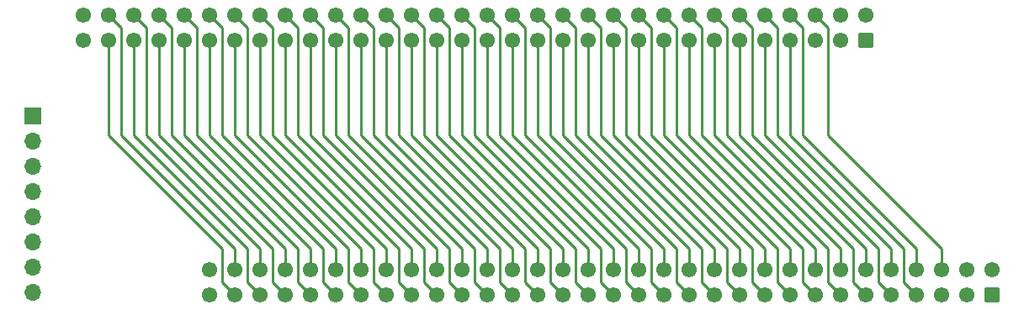
<source format=gbr>
%TF.GenerationSoftware,KiCad,Pcbnew,7.0.11+1*%
%TF.CreationDate,2024-05-02T20:53:06+02:00*%
%TF.ProjectId,Thor_20_backplane,54686f72-5f32-4305-9f62-61636b706c61,0.1*%
%TF.SameCoordinates,Original*%
%TF.FileFunction,Copper,L1,Top*%
%TF.FilePolarity,Positive*%
%FSLAX46Y46*%
G04 Gerber Fmt 4.6, Leading zero omitted, Abs format (unit mm)*
G04 Created by KiCad (PCBNEW 7.0.11+1) date 2024-05-02 20:53:06*
%MOMM*%
%LPD*%
G01*
G04 APERTURE LIST*
G04 Aperture macros list*
%AMRoundRect*
0 Rectangle with rounded corners*
0 $1 Rounding radius*
0 $2 $3 $4 $5 $6 $7 $8 $9 X,Y pos of 4 corners*
0 Add a 4 corners polygon primitive as box body*
4,1,4,$2,$3,$4,$5,$6,$7,$8,$9,$2,$3,0*
0 Add four circle primitives for the rounded corners*
1,1,$1+$1,$2,$3*
1,1,$1+$1,$4,$5*
1,1,$1+$1,$6,$7*
1,1,$1+$1,$8,$9*
0 Add four rect primitives between the rounded corners*
20,1,$1+$1,$2,$3,$4,$5,0*
20,1,$1+$1,$4,$5,$6,$7,0*
20,1,$1+$1,$6,$7,$8,$9,0*
20,1,$1+$1,$8,$9,$2,$3,0*%
G04 Aperture macros list end*
%TA.AperFunction,ComponentPad*%
%ADD10RoundRect,0.249999X0.525001X-0.525001X0.525001X0.525001X-0.525001X0.525001X-0.525001X-0.525001X0*%
%TD*%
%TA.AperFunction,ComponentPad*%
%ADD11C,1.550000*%
%TD*%
%TA.AperFunction,ComponentPad*%
%ADD12R,1.700000X1.700000*%
%TD*%
%TA.AperFunction,ComponentPad*%
%ADD13O,1.700000X1.700000*%
%TD*%
%TA.AperFunction,Conductor*%
%ADD14C,0.250000*%
%TD*%
G04 APERTURE END LIST*
D10*
%TO.P,J4,a1,GND*%
%TO.N,+9V*%
X221456000Y-60833000D03*
D11*
%TO.P,J4,a2,D3*%
%TO.N,unconnected-(J4-D3-Pada2)*%
X218916000Y-60833000D03*
%TO.P,J4,a3,D4*%
%TO.N,unconnected-(J4-D4-Pada3)*%
X216376000Y-60833000D03*
%TO.P,J4,a4,D5*%
%TO.N,/SP0*%
X213836000Y-60833000D03*
%TO.P,J4,a5,D6*%
%TO.N,/SP1*%
X211296000Y-60833000D03*
%TO.P,J4,a6,D7*%
%TO.N,/DSMC*%
X208756000Y-60833000D03*
%TO.P,J4,a7,A19*%
%TO.N,/SP2*%
X206216000Y-60833000D03*
%TO.P,J4,a8,A18*%
%TO.N,/DBG*%
X203676000Y-60833000D03*
%TO.P,J4,a9,A17*%
%TO.N,/A3*%
X201136000Y-60833000D03*
%TO.P,J4,a10,A16*%
%TO.N,/A4*%
X198596000Y-60833000D03*
%TO.P,J4,a11,CLKCPU*%
%TO.N,/A5*%
X196056000Y-60833000D03*
%TO.P,J4,a12,RED*%
%TO.N,/A6*%
X193516000Y-60833000D03*
%TO.P,J4,a13,A14*%
%TO.N,/A7*%
X190976000Y-60833000D03*
%TO.P,J4,a14,A13*%
%TO.N,/A8*%
X188436000Y-60833000D03*
%TO.P,J4,a15,A12*%
%TO.N,/A9*%
X185896000Y-60833000D03*
%TO.P,J4,a16,A11*%
%TO.N,/A10*%
X183356000Y-60833000D03*
%TO.P,J4,a17,A10*%
%TO.N,/A11*%
X180816000Y-60833000D03*
%TO.P,J4,a18,A9*%
%TO.N,/A12*%
X178276000Y-60833000D03*
%TO.P,J4,a19,A8*%
%TO.N,/A13*%
X175736000Y-60833000D03*
%TO.P,J4,a20,A7*%
%TO.N,/A14*%
X173196000Y-60833000D03*
%TO.P,J4,a21,A6*%
%TO.N,/RED*%
X170656000Y-60833000D03*
%TO.P,J4,a22,A5*%
%TO.N,/CLKCPU*%
X168116000Y-60833000D03*
%TO.P,J4,a23,A4*%
%TO.N,/A16*%
X165576000Y-60833000D03*
%TO.P,J4,a24,A3*%
%TO.N,/A17*%
X163036000Y-60833000D03*
%TO.P,J4,a25,~{DBG}*%
%TO.N,/A18*%
X160496000Y-60833000D03*
%TO.P,J4,a26,SP2*%
%TO.N,/A19*%
X157956000Y-60833000D03*
%TO.P,J4,a27,~{DSMC}*%
%TO.N,/D7*%
X155416000Y-60833000D03*
%TO.P,J4,a28,SP1*%
%TO.N,/D6*%
X152876000Y-60833000D03*
%TO.P,J4,a29,SP0*%
%TO.N,/D5*%
X150336000Y-60833000D03*
%TO.P,J4,a30,+12V*%
%TO.N,/D4*%
X147796000Y-60833000D03*
%TO.P,J4,a31,-12V*%
%TO.N,/D3*%
X145256000Y-60833000D03*
%TO.P,J4,a32,Vin*%
%TO.N,GND*%
X142716000Y-60833000D03*
%TO.P,J4,b1,GND*%
%TO.N,+9V*%
X221456000Y-58293000D03*
%TO.P,J4,b2,D2*%
X218916000Y-58293000D03*
%TO.P,J4,b3,D1*%
%TO.N,/EXTINT*%
X216376000Y-58293000D03*
%TO.P,J4,b4,D0*%
%TO.N,/IPL1*%
X213836000Y-58293000D03*
%TO.P,J4,b5,~{AS}*%
%TO.N,/BERR*%
X211296000Y-58293000D03*
%TO.P,J4,b6,~{DS}*%
%TO.N,/IPL0*%
X208756000Y-58293000D03*
%TO.P,J4,b7,~{DRW}*%
%TO.N,/SP3*%
X206216000Y-58293000D03*
%TO.P,J4,b8,~{DTACK}*%
%TO.N,/A2*%
X203676000Y-58293000D03*
%TO.P,J4,b9,~{BG}*%
%TO.N,/A1*%
X201136000Y-58293000D03*
%TO.P,J4,b10,~{BR}*%
%TO.N,/ROMOE*%
X198596000Y-58293000D03*
%TO.P,J4,b11,A15*%
%TO.N,/A0*%
X196056000Y-58293000D03*
%TO.P,J4,b12,~{RESETCPU}*%
%TO.N,/FC0*%
X193516000Y-58293000D03*
%TO.P,J4,b13,~{CSYNC}*%
%TO.N,/FC1*%
X190976000Y-58293000D03*
%TO.P,J4,b14,E*%
%TO.N,/FC2*%
X188436000Y-58293000D03*
%TO.P,J4,b15,VSYNCH*%
%TO.N,/BLUE*%
X185896000Y-58293000D03*
%TO.P,J4,b16,~{VPA}*%
%TO.N,/GREEN*%
X183356000Y-58293000D03*
%TO.P,J4,b17,GREEN*%
%TO.N,/VPA*%
X180816000Y-58293000D03*
%TO.P,J4,b18,BLUE*%
%TO.N,/VSYNC*%
X178276000Y-58293000D03*
%TO.P,J4,b19,FC2*%
%TO.N,/E*%
X175736000Y-58293000D03*
%TO.P,J4,b20,FC1*%
%TO.N,/CSYNC*%
X173196000Y-58293000D03*
%TO.P,J4,b21,FC0*%
%TO.N,/RESET*%
X170656000Y-58293000D03*
%TO.P,J4,b22,A0*%
%TO.N,/A15*%
X168116000Y-58293000D03*
%TO.P,J4,b23,ROMOEH*%
%TO.N,/BR*%
X165576000Y-58293000D03*
%TO.P,J4,b24,A1*%
%TO.N,/BG*%
X163036000Y-58293000D03*
%TO.P,J4,b25,A2*%
%TO.N,/DTACK*%
X160496000Y-58293000D03*
%TO.P,J4,b26,SP3*%
%TO.N,/RW*%
X157956000Y-58293000D03*
%TO.P,J4,b27,~{IPLO}*%
%TO.N,/DS*%
X155416000Y-58293000D03*
%TO.P,J4,b28,~{BERR}*%
%TO.N,/AS*%
X152876000Y-58293000D03*
%TO.P,J4,b29,~{IPL1}*%
%TO.N,/D0*%
X150336000Y-58293000D03*
%TO.P,J4,b30,~{EXTINT}*%
%TO.N,/D1*%
X147796000Y-58293000D03*
%TO.P,J4,b31,Vin*%
%TO.N,/D2*%
X145256000Y-58293000D03*
%TO.P,J4,b32,Vin*%
%TO.N,GND*%
X142716000Y-58293000D03*
%TD*%
D10*
%TO.P,J3,a1,GND*%
%TO.N,+9V*%
X234156000Y-86487000D03*
D11*
%TO.P,J3,a2,D3*%
%TO.N,-12V*%
X231616000Y-86487000D03*
%TO.P,J3,a3,D4*%
%TO.N,+12V*%
X229076000Y-86487000D03*
%TO.P,J3,a4,D5*%
%TO.N,/SP0*%
X226536000Y-86487000D03*
%TO.P,J3,a5,D6*%
%TO.N,/SP1*%
X223996000Y-86487000D03*
%TO.P,J3,a6,D7*%
%TO.N,/DSMC*%
X221456000Y-86487000D03*
%TO.P,J3,a7,A19*%
%TO.N,/SP2*%
X218916000Y-86487000D03*
%TO.P,J3,a8,A18*%
%TO.N,/DBG*%
X216376000Y-86487000D03*
%TO.P,J3,a9,A17*%
%TO.N,/A3*%
X213836000Y-86487000D03*
%TO.P,J3,a10,A16*%
%TO.N,/A4*%
X211296000Y-86487000D03*
%TO.P,J3,a11,CLKCPU*%
%TO.N,/A5*%
X208756000Y-86487000D03*
%TO.P,J3,a12,RED*%
%TO.N,/A6*%
X206216000Y-86487000D03*
%TO.P,J3,a13,A14*%
%TO.N,/A7*%
X203676000Y-86487000D03*
%TO.P,J3,a14,A13*%
%TO.N,/A8*%
X201136000Y-86487000D03*
%TO.P,J3,a15,A12*%
%TO.N,/A9*%
X198596000Y-86487000D03*
%TO.P,J3,a16,A11*%
%TO.N,/A10*%
X196056000Y-86487000D03*
%TO.P,J3,a17,A10*%
%TO.N,/A11*%
X193516000Y-86487000D03*
%TO.P,J3,a18,A9*%
%TO.N,/A12*%
X190976000Y-86487000D03*
%TO.P,J3,a19,A8*%
%TO.N,/A13*%
X188436000Y-86487000D03*
%TO.P,J3,a20,A7*%
%TO.N,/A14*%
X185896000Y-86487000D03*
%TO.P,J3,a21,A6*%
%TO.N,/RED*%
X183356000Y-86487000D03*
%TO.P,J3,a22,A5*%
%TO.N,/CLKCPU*%
X180816000Y-86487000D03*
%TO.P,J3,a23,A4*%
%TO.N,/A16*%
X178276000Y-86487000D03*
%TO.P,J3,a24,A3*%
%TO.N,/A17*%
X175736000Y-86487000D03*
%TO.P,J3,a25,~{DBG}*%
%TO.N,/A18*%
X173196000Y-86487000D03*
%TO.P,J3,a26,SP2*%
%TO.N,/A19*%
X170656000Y-86487000D03*
%TO.P,J3,a27,~{DSMC}*%
%TO.N,/D7*%
X168116000Y-86487000D03*
%TO.P,J3,a28,SP1*%
%TO.N,/D6*%
X165576000Y-86487000D03*
%TO.P,J3,a29,SP0*%
%TO.N,/D5*%
X163036000Y-86487000D03*
%TO.P,J3,a30,+12V*%
%TO.N,/D4*%
X160496000Y-86487000D03*
%TO.P,J3,a31,-12V*%
%TO.N,/D3*%
X157956000Y-86487000D03*
%TO.P,J3,a32,Vin*%
%TO.N,GND*%
X155416000Y-86487000D03*
%TO.P,J3,b1,GND*%
%TO.N,+9V*%
X234156000Y-83947000D03*
%TO.P,J3,b2,D2*%
X231616000Y-83947000D03*
%TO.P,J3,b3,D1*%
%TO.N,/EXTINT*%
X229076000Y-83947000D03*
%TO.P,J3,b4,D0*%
%TO.N,/IPL1*%
X226536000Y-83947000D03*
%TO.P,J3,b5,~{AS}*%
%TO.N,/BERR*%
X223996000Y-83947000D03*
%TO.P,J3,b6,~{DS}*%
%TO.N,/IPL0*%
X221456000Y-83947000D03*
%TO.P,J3,b7,~{DRW}*%
%TO.N,/SP3*%
X218916000Y-83947000D03*
%TO.P,J3,b8,~{DTACK}*%
%TO.N,/A2*%
X216376000Y-83947000D03*
%TO.P,J3,b9,~{BG}*%
%TO.N,/A1*%
X213836000Y-83947000D03*
%TO.P,J3,b10,~{BR}*%
%TO.N,/ROMOE*%
X211296000Y-83947000D03*
%TO.P,J3,b11,A15*%
%TO.N,/A0*%
X208756000Y-83947000D03*
%TO.P,J3,b12,~{RESETCPU}*%
%TO.N,/FC0*%
X206216000Y-83947000D03*
%TO.P,J3,b13,~{CSYNC}*%
%TO.N,/FC1*%
X203676000Y-83947000D03*
%TO.P,J3,b14,E*%
%TO.N,/FC2*%
X201136000Y-83947000D03*
%TO.P,J3,b15,VSYNCH*%
%TO.N,/BLUE*%
X198596000Y-83947000D03*
%TO.P,J3,b16,~{VPA}*%
%TO.N,/GREEN*%
X196056000Y-83947000D03*
%TO.P,J3,b17,GREEN*%
%TO.N,/VPA*%
X193516000Y-83947000D03*
%TO.P,J3,b18,BLUE*%
%TO.N,/VSYNC*%
X190976000Y-83947000D03*
%TO.P,J3,b19,FC2*%
%TO.N,/E*%
X188436000Y-83947000D03*
%TO.P,J3,b20,FC1*%
%TO.N,/CSYNC*%
X185896000Y-83947000D03*
%TO.P,J3,b21,FC0*%
%TO.N,/RESET*%
X183356000Y-83947000D03*
%TO.P,J3,b22,A0*%
%TO.N,/A15*%
X180816000Y-83947000D03*
%TO.P,J3,b23,ROMOEH*%
%TO.N,/BR*%
X178276000Y-83947000D03*
%TO.P,J3,b24,A1*%
%TO.N,/BG*%
X175736000Y-83947000D03*
%TO.P,J3,b25,A2*%
%TO.N,/DTACK*%
X173196000Y-83947000D03*
%TO.P,J3,b26,SP3*%
%TO.N,/RW*%
X170656000Y-83947000D03*
%TO.P,J3,b27,~{IPLO}*%
%TO.N,/DS*%
X168116000Y-83947000D03*
%TO.P,J3,b28,~{BERR}*%
%TO.N,/AS*%
X165576000Y-83947000D03*
%TO.P,J3,b29,~{IPL1}*%
%TO.N,/D0*%
X163036000Y-83947000D03*
%TO.P,J3,b30,~{EXTINT}*%
%TO.N,/D1*%
X160496000Y-83947000D03*
%TO.P,J3,b31,Vin*%
%TO.N,/D2*%
X157956000Y-83947000D03*
%TO.P,J3,b32,Vin*%
%TO.N,GND*%
X155416000Y-83947000D03*
%TD*%
D12*
%TO.P,P8,1,Pin_1*%
%TO.N,+9V*%
X137636000Y-68453000D03*
D13*
%TO.P,P8,2,Pin_2*%
X137636000Y-70993000D03*
%TO.P,P8,3,Pin_3*%
%TO.N,GND*%
X137636000Y-73533000D03*
%TO.P,P8,4,Pin_4*%
X137636000Y-76073000D03*
%TO.P,P8,5,Pin_5*%
%TO.N,+12V*%
X137636000Y-78613000D03*
%TO.P,P8,6,Pin_6*%
X137636000Y-81153000D03*
%TO.P,P8,7,Pin_7*%
%TO.N,-12V*%
X137636000Y-83693000D03*
%TO.P,P8,8,Pin_8*%
X137636000Y-86233000D03*
%TD*%
D14*
%TO.N,/FC0*%
X193516000Y-58293000D02*
X194786000Y-59563000D01*
X194786000Y-70358000D02*
X206216000Y-81788000D01*
X194786000Y-59563000D02*
X194786000Y-70358000D01*
X206216000Y-81788000D02*
X206216000Y-83947000D01*
%TO.N,/FC1*%
X190976000Y-58293000D02*
X192246000Y-59563000D01*
X192246000Y-59563000D02*
X192246000Y-70358000D01*
X192246000Y-70358000D02*
X203676000Y-81788000D01*
X203676000Y-81788000D02*
X203676000Y-83947000D01*
%TO.N,/FC2*%
X188436000Y-58293000D02*
X189706000Y-59563000D01*
X189706000Y-70358000D02*
X201136000Y-81788000D01*
X189706000Y-59563000D02*
X189706000Y-70358000D01*
X201136000Y-81788000D02*
X201136000Y-83947000D01*
%TO.N,/BLUE*%
X185896000Y-58293000D02*
X187166000Y-59563000D01*
X187166000Y-59563000D02*
X187166000Y-70358000D01*
X187166000Y-70358000D02*
X198596000Y-81788000D01*
X198596000Y-81788000D02*
X198596000Y-83947000D01*
%TO.N,/GREEN*%
X183356000Y-58293000D02*
X184626000Y-59563000D01*
X184626000Y-59563000D02*
X184626000Y-70358000D01*
X184626000Y-70358000D02*
X196056000Y-81788000D01*
X196056000Y-81788000D02*
X196056000Y-83947000D01*
%TO.N,/VPA*%
X180816000Y-58293000D02*
X182086000Y-59563000D01*
X182086000Y-59563000D02*
X182086000Y-70358000D01*
X182086000Y-70358000D02*
X193516000Y-81788000D01*
X193516000Y-81788000D02*
X193516000Y-83947000D01*
%TO.N,/VSYNC*%
X178276000Y-58293000D02*
X179546000Y-59563000D01*
X179546000Y-59563000D02*
X179546000Y-70358000D01*
X179546000Y-70358000D02*
X190976000Y-81788000D01*
X190976000Y-81788000D02*
X190976000Y-83947000D01*
%TO.N,/E*%
X175736000Y-58293000D02*
X177006000Y-59563000D01*
X177006000Y-59563000D02*
X177006000Y-70358000D01*
X177006000Y-70358000D02*
X188436000Y-81788000D01*
X188436000Y-81788000D02*
X188436000Y-83947000D01*
%TO.N,/CSYNC*%
X173196000Y-58293000D02*
X174466000Y-59563000D01*
X174466000Y-70358000D02*
X185896000Y-81788000D01*
X174466000Y-59563000D02*
X174466000Y-70358000D01*
X185896000Y-81788000D02*
X185896000Y-83947000D01*
%TO.N,/RESET*%
X170656000Y-58293000D02*
X171926000Y-59563000D01*
X171926000Y-59563000D02*
X171926000Y-70358000D01*
X171926000Y-70358000D02*
X183356000Y-81788000D01*
X183356000Y-81788000D02*
X183356000Y-83947000D01*
%TO.N,/A15*%
X168116000Y-58293000D02*
X169386000Y-59563000D01*
X169386000Y-59563000D02*
X169386000Y-70358000D01*
X169386000Y-70358000D02*
X180816000Y-81788000D01*
X180816000Y-81788000D02*
X180816000Y-83947000D01*
%TO.N,/BR*%
X165576000Y-58293000D02*
X166846000Y-59563000D01*
X166846000Y-70358000D02*
X178276000Y-81788000D01*
X166846000Y-59563000D02*
X166846000Y-70358000D01*
X178276000Y-81788000D02*
X178276000Y-83947000D01*
%TO.N,/BG*%
X163036000Y-58293000D02*
X164306000Y-59563000D01*
X164306000Y-59563000D02*
X164306000Y-70358000D01*
X164306000Y-70358000D02*
X175736000Y-81788000D01*
X175736000Y-81788000D02*
X175736000Y-83947000D01*
%TO.N,/DTACK*%
X160496000Y-58293000D02*
X161766000Y-59563000D01*
X161766000Y-59563000D02*
X161766000Y-70358000D01*
X161766000Y-70358000D02*
X173196000Y-81788000D01*
X173196000Y-81788000D02*
X173196000Y-83947000D01*
%TO.N,/RW*%
X157956000Y-58293000D02*
X159226000Y-59563000D01*
X159226000Y-59563000D02*
X159226000Y-70358000D01*
X159226000Y-70358000D02*
X170656000Y-81788000D01*
X170656000Y-81788000D02*
X170656000Y-83947000D01*
%TO.N,/DS*%
X155416000Y-58293000D02*
X156686000Y-59563000D01*
X156686000Y-70358000D02*
X168116000Y-81788000D01*
X156686000Y-59563000D02*
X156686000Y-70358000D01*
X168116000Y-81788000D02*
X168116000Y-83947000D01*
%TO.N,/AS*%
X152876000Y-58293000D02*
X154146000Y-59563000D01*
X165576000Y-81788000D02*
X165576000Y-83947000D01*
X154146000Y-59563000D02*
X154146000Y-70358000D01*
X154146000Y-70358000D02*
X165576000Y-81788000D01*
%TO.N,/D0*%
X150336000Y-58293000D02*
X151606000Y-59563000D01*
X151606000Y-59563000D02*
X151606000Y-70358000D01*
X151606000Y-70358000D02*
X163036000Y-81788000D01*
X163036000Y-81788000D02*
X163036000Y-83947000D01*
%TO.N,/IPL0*%
X208756000Y-58293000D02*
X210026000Y-59563000D01*
X210026000Y-59563000D02*
X210026000Y-70358000D01*
X210026000Y-70358000D02*
X221456000Y-81788000D01*
X221456000Y-81788000D02*
X221456000Y-83947000D01*
%TO.N,/BERR*%
X211296000Y-58293000D02*
X212566000Y-59563000D01*
X212566000Y-59563000D02*
X212566000Y-70358000D01*
X212566000Y-70358000D02*
X223996000Y-81788000D01*
X223996000Y-81788000D02*
X223996000Y-83947000D01*
%TO.N,/IPL1*%
X213836000Y-58293000D02*
X215106000Y-59563000D01*
X215106000Y-59563000D02*
X215106000Y-70358000D01*
X215106000Y-70358000D02*
X226536000Y-81788000D01*
X226536000Y-81788000D02*
X226536000Y-83947000D01*
%TO.N,/A0*%
X196056000Y-58293000D02*
X197326000Y-59563000D01*
X197326000Y-59563000D02*
X197326000Y-70358000D01*
X197326000Y-70358000D02*
X208756000Y-81788000D01*
X208756000Y-81788000D02*
X208756000Y-83947000D01*
%TO.N,/ROMOE*%
X198596000Y-58293000D02*
X199866000Y-59563000D01*
X199866000Y-59563000D02*
X199866000Y-70358000D01*
X199866000Y-70358000D02*
X211296000Y-81788000D01*
X211296000Y-81788000D02*
X211296000Y-83947000D01*
%TO.N,/A1*%
X201136000Y-58293000D02*
X202406000Y-59563000D01*
X202406000Y-59563000D02*
X202406000Y-70358000D01*
X213836000Y-81788000D02*
X213836000Y-83947000D01*
X202406000Y-70358000D02*
X213836000Y-81788000D01*
%TO.N,/A2*%
X203676000Y-58293000D02*
X204946000Y-59563000D01*
X204946000Y-59563000D02*
X204946000Y-70358000D01*
X204946000Y-70358000D02*
X216376000Y-81788000D01*
X216376000Y-81788000D02*
X216376000Y-83947000D01*
%TO.N,/SP3*%
X206216000Y-58293000D02*
X207486000Y-59563000D01*
X207486000Y-59563000D02*
X207486000Y-70358000D01*
X207486000Y-70358000D02*
X218916000Y-81788000D01*
X218916000Y-81788000D02*
X218916000Y-83947000D01*
%TO.N,/D1*%
X149066000Y-59563000D02*
X147796000Y-58293000D01*
X149066000Y-70358000D02*
X149066000Y-59563000D01*
X160496000Y-81788000D02*
X149066000Y-70358000D01*
X160496000Y-83947000D02*
X160496000Y-81788000D01*
%TO.N,/D2*%
X146526000Y-70358000D02*
X157956000Y-81788000D01*
X145256000Y-58293000D02*
X146526000Y-59563000D01*
X157956000Y-81788000D02*
X157956000Y-83947000D01*
X146526000Y-59563000D02*
X146526000Y-70358000D01*
%TO.N,/SP0*%
X225266000Y-85217000D02*
X225266000Y-81788000D01*
X213836000Y-70358000D02*
X213836000Y-60833000D01*
X225266000Y-81788000D02*
X213836000Y-70358000D01*
X226536000Y-86487000D02*
X225266000Y-85217000D01*
%TO.N,/SP1*%
X222726000Y-85217000D02*
X222726000Y-81788000D01*
X211296000Y-70358000D02*
X211296000Y-60833000D01*
X222726000Y-81788000D02*
X211296000Y-70358000D01*
X223996000Y-86487000D02*
X222726000Y-85217000D01*
%TO.N,/DSMC*%
X208756000Y-70358000D02*
X208756000Y-60833000D01*
X221456000Y-86487000D02*
X220186000Y-85217000D01*
X220186000Y-85217000D02*
X220186000Y-81788000D01*
X220186000Y-81788000D02*
X208756000Y-70358000D01*
%TO.N,/SP2*%
X206216000Y-70358000D02*
X206216000Y-60833000D01*
X217646000Y-81788000D02*
X206216000Y-70358000D01*
X217646000Y-85217000D02*
X217646000Y-81788000D01*
X218916000Y-86487000D02*
X217646000Y-85217000D01*
%TO.N,/EXTINT*%
X229076000Y-81788000D02*
X217646000Y-70358000D01*
X217646000Y-59563000D02*
X216376000Y-58293000D01*
X229076000Y-83947000D02*
X229076000Y-81788000D01*
X217646000Y-70358000D02*
X217646000Y-59563000D01*
%TO.N,/CLKCPU*%
X179546000Y-85217000D02*
X179546000Y-81788000D01*
X168116000Y-70358000D02*
X168116000Y-60833000D01*
X180816000Y-86487000D02*
X179546000Y-85217000D01*
X179546000Y-81788000D02*
X168116000Y-70358000D01*
%TO.N,/RED*%
X182086000Y-81788000D02*
X170656000Y-70358000D01*
X183356000Y-86487000D02*
X182086000Y-85217000D01*
X170656000Y-70358000D02*
X170656000Y-60833000D01*
X182086000Y-85217000D02*
X182086000Y-81788000D01*
%TO.N,/DBG*%
X215106000Y-81788000D02*
X203676000Y-70358000D01*
X215106000Y-85217000D02*
X215106000Y-81788000D01*
X216376000Y-86487000D02*
X215106000Y-85217000D01*
X203676000Y-70358000D02*
X203676000Y-60833000D01*
%TO.N,/A3*%
X213836000Y-86487000D02*
X212566000Y-85217000D01*
X212566000Y-81788000D02*
X201136000Y-70358000D01*
X212566000Y-85217000D02*
X212566000Y-81788000D01*
X201136000Y-70358000D02*
X201136000Y-60833000D01*
%TO.N,/A4*%
X198596000Y-70358000D02*
X198596000Y-60833000D01*
X210026000Y-85217000D02*
X210026000Y-81788000D01*
X210026000Y-81788000D02*
X198596000Y-70358000D01*
X211296000Y-86487000D02*
X210026000Y-85217000D01*
%TO.N,/A5*%
X207486000Y-81788000D02*
X196056000Y-70358000D01*
X208756000Y-86487000D02*
X207486000Y-85217000D01*
X207486000Y-85217000D02*
X207486000Y-81788000D01*
X196056000Y-70358000D02*
X196056000Y-60833000D01*
%TO.N,/A6*%
X206216000Y-86487000D02*
X204946000Y-85217000D01*
X204946000Y-85217000D02*
X204946000Y-81788000D01*
X204946000Y-81788000D02*
X193516000Y-70358000D01*
X193516000Y-70358000D02*
X193516000Y-60833000D01*
%TO.N,/A7*%
X203676000Y-86487000D02*
X202406000Y-85217000D01*
X202406000Y-85217000D02*
X202406000Y-81788000D01*
X190976000Y-70358000D02*
X190976000Y-60833000D01*
X202406000Y-81788000D02*
X190976000Y-70358000D01*
%TO.N,/A8*%
X201136000Y-86487000D02*
X199866000Y-85217000D01*
X188436000Y-70358000D02*
X188436000Y-60833000D01*
X199866000Y-81788000D02*
X188436000Y-70358000D01*
X199866000Y-85217000D02*
X199866000Y-81788000D01*
%TO.N,/A9*%
X198596000Y-86487000D02*
X197326000Y-85217000D01*
X185896000Y-70358000D02*
X185896000Y-60833000D01*
X197326000Y-81788000D02*
X185896000Y-70358000D01*
X197326000Y-85217000D02*
X197326000Y-81788000D01*
%TO.N,/A10*%
X194786000Y-81788000D02*
X183356000Y-70358000D01*
X183356000Y-70358000D02*
X183356000Y-60833000D01*
X194786000Y-85217000D02*
X194786000Y-81788000D01*
X196056000Y-86487000D02*
X194786000Y-85217000D01*
%TO.N,/A11*%
X180816000Y-70358000D02*
X180816000Y-60833000D01*
X192246000Y-85217000D02*
X192246000Y-81788000D01*
X193516000Y-86487000D02*
X192246000Y-85217000D01*
X192246000Y-81788000D02*
X180816000Y-70358000D01*
%TO.N,/A12*%
X189706000Y-85217000D02*
X189706000Y-81788000D01*
X189706000Y-81788000D02*
X178276000Y-70358000D01*
X190976000Y-86487000D02*
X189706000Y-85217000D01*
X178276000Y-70358000D02*
X178276000Y-60833000D01*
%TO.N,/A13*%
X175736000Y-70358000D02*
X175736000Y-60833000D01*
X187166000Y-81788000D02*
X187166000Y-85217000D01*
X187166000Y-81788000D02*
X175736000Y-70358000D01*
X187166000Y-85217000D02*
X188436000Y-86487000D01*
%TO.N,/A14*%
X184626000Y-85217000D02*
X184626000Y-81788000D01*
X185896000Y-86487000D02*
X184626000Y-85217000D01*
X184626000Y-81788000D02*
X173196000Y-70358000D01*
X173196000Y-70358000D02*
X173196000Y-60833000D01*
%TO.N,/A16*%
X165576000Y-70358000D02*
X165576000Y-60833000D01*
X178276000Y-86487000D02*
X177006000Y-85217000D01*
X177006000Y-81788000D02*
X165576000Y-70358000D01*
X177006000Y-85217000D02*
X177006000Y-81788000D01*
%TO.N,/A17*%
X175736000Y-86487000D02*
X174466000Y-85217000D01*
X163036000Y-70358000D02*
X163036000Y-60833000D01*
X174466000Y-85217000D02*
X174466000Y-81788000D01*
X174466000Y-81788000D02*
X163036000Y-70358000D01*
%TO.N,/A18*%
X171926000Y-81788000D02*
X160496000Y-70358000D01*
X173196000Y-86487000D02*
X171926000Y-85217000D01*
X160496000Y-70358000D02*
X160496000Y-60833000D01*
X171926000Y-85217000D02*
X171926000Y-81788000D01*
%TO.N,/A19*%
X169386000Y-85217000D02*
X169386000Y-81788000D01*
X170656000Y-86487000D02*
X169386000Y-85217000D01*
X169386000Y-81788000D02*
X157956000Y-70358000D01*
X157956000Y-70358000D02*
X157956000Y-60833000D01*
%TO.N,/D7*%
X166846000Y-85217000D02*
X166846000Y-81788000D01*
X155416000Y-70358000D02*
X155416000Y-60833000D01*
X168116000Y-86487000D02*
X166846000Y-85217000D01*
X166846000Y-81788000D02*
X155416000Y-70358000D01*
%TO.N,/D6*%
X164306000Y-85217000D02*
X164306000Y-81788000D01*
X164306000Y-81788000D02*
X152876000Y-70358000D01*
X152876000Y-70358000D02*
X152876000Y-60833000D01*
X165576000Y-86487000D02*
X164306000Y-85217000D01*
%TO.N,/D5*%
X161766000Y-81788000D02*
X150336000Y-70358000D01*
X150336000Y-70358000D02*
X150336000Y-60833000D01*
X161766000Y-85217000D02*
X161766000Y-81788000D01*
X163036000Y-86487000D02*
X161766000Y-85217000D01*
%TO.N,/D4*%
X159226000Y-85217000D02*
X159226000Y-81788000D01*
X159226000Y-81788000D02*
X147796000Y-70358000D01*
X160496000Y-86487000D02*
X159226000Y-85217000D01*
X147796000Y-70358000D02*
X147796000Y-60833000D01*
%TO.N,/D3*%
X157956000Y-86487000D02*
X156686000Y-85217000D01*
X156686000Y-85217000D02*
X156686000Y-81788000D01*
X156686000Y-81788000D02*
X145256000Y-70358000D01*
X145256000Y-70358000D02*
X145256000Y-60833000D01*
%TD*%
M02*

</source>
